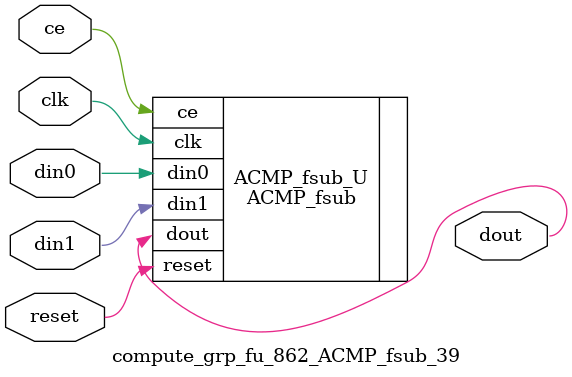
<source format=v>

`timescale 1 ns / 1 ps
module compute_grp_fu_862_ACMP_fsub_39(
    clk,
    reset,
    ce,
    din0,
    din1,
    dout);

parameter ID = 32'd1;
parameter NUM_STAGE = 32'd1;
parameter din0_WIDTH = 32'd1;
parameter din1_WIDTH = 32'd1;
parameter dout_WIDTH = 32'd1;
input clk;
input reset;
input ce;
input[din0_WIDTH - 1:0] din0;
input[din1_WIDTH - 1:0] din1;
output[dout_WIDTH - 1:0] dout;



ACMP_fsub #(
.ID( ID ),
.NUM_STAGE( 4 ),
.din0_WIDTH( din0_WIDTH ),
.din1_WIDTH( din1_WIDTH ),
.dout_WIDTH( dout_WIDTH ))
ACMP_fsub_U(
    .clk( clk ),
    .reset( reset ),
    .ce( ce ),
    .din0( din0 ),
    .din1( din1 ),
    .dout( dout ));

endmodule

</source>
